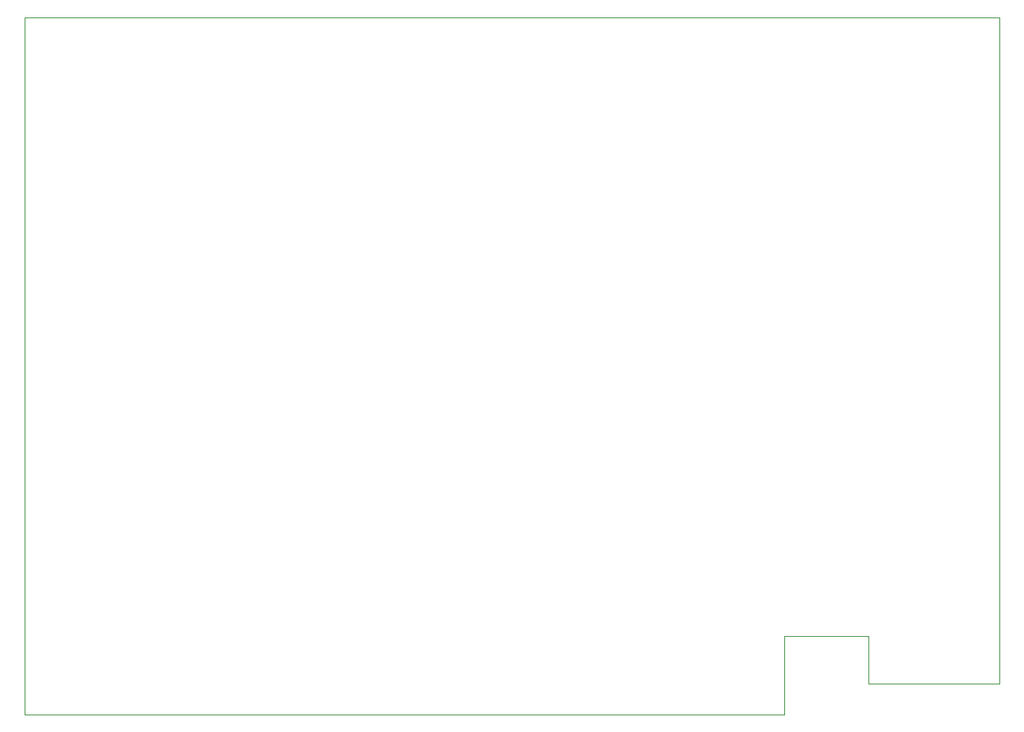
<source format=gko>
G75*
%MOIN*%
%OFA0B0*%
%FSLAX24Y24*%
%IPPOS*%
%LPD*%
%AMOC8*
5,1,8,0,0,1.08239X$1,22.5*
%
%ADD10C,0.0000*%
D10*
X000730Y000380D02*
X032630Y000380D01*
X032630Y003680D01*
X036180Y003680D01*
X036180Y001680D01*
X041680Y001680D01*
X041680Y029680D01*
X000730Y029680D01*
X000730Y000380D01*
M02*

</source>
